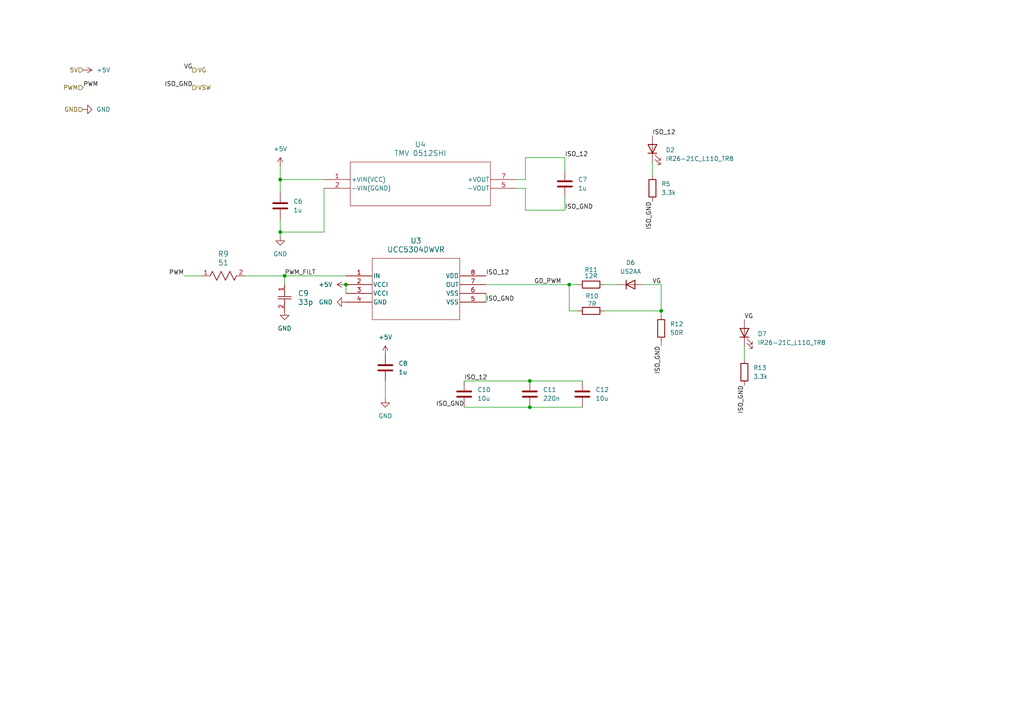
<source format=kicad_sch>
(kicad_sch (version 20231120) (generator "eeschema") (generator_version "8.0")
  (paper "A4")
  (title_block (title "Buck Converter") (date "2025-02-01") (rev "v0"))
  (lib_symbols
    (symbol "2025-02-01_23-19-05:TMV_0512SHI" (pin_names (offset 0.254))
      (property "Reference" "U" (at 27.94 10.16 0))
      (property "Value" "TMV 0512SHI" (at 27.94 7.62 0))
      (symbol "TMV_0512SHI_0_1"
        (polyline (pts (xy 7.62 -7.62) (xy 48.26 -7.62)) (stroke (width 0.127)))
        (polyline (pts (xy 7.62 5.08) (xy 7.62 -7.62)) (stroke (width 0.127)))
        (polyline (pts (xy 48.26 -7.62) (xy 48.26 5.08)) (stroke (width 0.127)))
        (polyline (pts (xy 48.26 5.08) (xy 7.62 5.08)) (stroke (width 0.127)))
        (pin power_in line (at 0 0 0) (length 7.62) (name "+VIN(VCC)") (number "1"))
        (pin power_in line (at 0 -2.54 0) (length 7.62) (name "-VIN(GGND)") (number "2"))
        (pin output line (at 55.88 -2.54 180) (length 7.62) (name "-VOUT") (number "5"))
        (pin output line (at 55.88 0 180) (length 7.62) (name "+VOUT") (number "7"))
      )
    )
    (symbol "2025-02-16_19-57-41:UCC5304DWVR" (pin_names (offset 0.254))
      (property "Reference" "U" (at 20.32 10.16 0))
      (property "Value" "UCC5304DWVR" (at 20.32 7.62 0))
      (symbol "UCC5304DWVR_0_1"
        (polyline (pts (xy 7.62 -12.7) (xy 33.02 -12.7)) (stroke (width 0.127)))
        (polyline (pts (xy 7.62 5.08) (xy 7.62 -12.7)) (stroke (width 0.127)))
        (polyline (pts (xy 33.02 -12.7) (xy 33.02 5.08)) (stroke (width 0.127)))
        (polyline (pts (xy 33.02 5.08) (xy 7.62 5.08)) (stroke (width 0.127)))
        (pin input line (at 0 0 0) (length 7.62) (name "IN") (number "1"))
        (pin power_in line (at 0 -2.54 0) (length 7.62) (name "VCCI") (number "2"))
        (pin power_in line (at 0 -5.08 0) (length 7.62) (name "VCCI") (number "3"))
        (pin power_out line (at 0 -7.62 0) (length 7.62) (name "GND") (number "4"))
        (pin power_out line (at 40.64 -7.62 180) (length 7.62) (name "VSS") (number "5"))
        (pin power_out line (at 40.64 -5.08 180) (length 7.62) (name "VSS") (number "6"))
        (pin output line (at 40.64 -2.54 180) (length 7.62) (name "OUT") (number "7"))
        (pin power_in line (at 40.64 0 180) (length 7.62) (name "VDD") (number "8"))
      )
    )
    (symbol "600F330FT250XT4K:600F330FT250XT" (pin_names (offset 0.254))
      (property "Reference" "C" (at 3.81 3.81 0))
      (property "Value" "600F330FT250XT" (at 3.81 -3.81 0))
      (symbol "600F330FT250XT_1_1"
        (polyline (pts (xy 2.54 0) (xy 3.4798 0)) (stroke (width 0.2032)))
        (polyline (pts (xy 3.4798 -1.905) (xy 3.4798 1.905)) (stroke (width 0.2032)))
        (polyline (pts (xy 4.1148 -1.905) (xy 4.1148 1.905)) (stroke (width 0.2032)))
        (polyline (pts (xy 4.1148 0) (xy 5.08 0)) (stroke (width 0.2032)))
        (pin unspecified line (at 0 0 0) (length 2.54) (name "") (number "1"))
        (pin unspecified line (at 7.62 0 180) (length 2.54) (name "") (number "2"))
      )
      (symbol "600F330FT250XT_1_2"
        (polyline (pts (xy -1.905 -4.1148) (xy 1.905 -4.1148)) (stroke (width 0.2032)))
        (polyline (pts (xy -1.905 -3.4798) (xy 1.905 -3.4798)) (stroke (width 0.2032)))
        (polyline (pts (xy 0 -4.1148) (xy 0 -5.08)) (stroke (width 0.2032)))
        (polyline (pts (xy 0 -2.54) (xy 0 -3.4798)) (stroke (width 0.2032)))
        (pin unspecified line (at 0 0 270) (length 2.54) (name "") (number "1"))
        (pin unspecified line (at 0 -7.62 90) (length 2.54) (name "") (number "2"))
      )
    )
    (symbol "Device:C" (pin_numbers hide) (pin_names (offset 0.254))
      (property "Reference" "C" (at 0.635 2.54 0))
      (property "Value" "C" (at 0.635 -2.54 0))
      (symbol "C_0_1"
        (polyline (pts (xy -2.032 -0.762) (xy 2.032 -0.762)) (stroke (width 0.508)))
        (polyline (pts (xy -2.032 0.762) (xy 2.032 0.762)) (stroke (width 0.508)))
      )
      (symbol "C_1_1"
        (pin passive line (at 0 3.81 270) (length 2.794) (name "~") (number "1"))
        (pin passive line (at 0 -3.81 90) (length 2.794) (name "~") (number "2"))
      )
    )
    (symbol "Device:R" (pin_numbers hide) (pin_names (offset 0))
      (property "Reference" "R" (at 2.032 0 90))
      (property "Value" "R" (at 0 0 90))
      (symbol "R_0_1"
        (rectangle (start -1.016 -2.54) (end 1.016 2.54) (stroke (width 0.254)))
      )
      (symbol "R_1_1"
        (pin passive line (at 0 3.81 270) (length 1.27) (name "~") (number "1"))
        (pin passive line (at 0 -3.81 90) (length 1.27) (name "~") (number "2"))
      )
    )
    (symbol "Diode:US2AA" (pin_numbers hide) (pin_names hide)
      (property "Reference" "D" (at 0 2.54 0))
      (property "Value" "US2AA" (at 0 -2.54 0))
      (symbol "US2AA_0_1"
        (polyline (pts (xy -1.27 1.27) (xy -1.27 -1.27)) (stroke (width 0.254)))
        (polyline (pts (xy 1.27 0) (xy -1.27 0)))
        (polyline (pts (xy 1.27 1.27) (xy 1.27 -1.27) (xy -1.27 0) (xy 1.27 1.27)) (stroke (width 0.254)))
      )
      (symbol "US2AA_1_1"
        (pin passive line (at -3.81 0 0) (length 2.54) (name "K") (number "1"))
        (pin passive line (at 3.81 0 180) (length 2.54) (name "A") (number "2"))
      )
    )
    (symbol "LED:IR26-21C_L110_TR8" (pin_numbers hide) (pin_names (offset 1.016) hide)
      (property "Reference" "D" (at 0 2.54 0))
      (property "Value" "IR26-21C_L110_TR8" (at 0 -3.81 0))
      (symbol "IR26-21C_L110_TR8_0_1"
        (polyline (pts (xy -1.27 -1.27) (xy -1.27 1.27)) (stroke (width 0.254)))
        (polyline (pts (xy -1.27 0) (xy 1.27 0)))
        (polyline (pts (xy 1.27 -1.27) (xy 1.27 1.27) (xy -1.27 0) (xy 1.27 -1.27)) (stroke (width 0.254)))
        (polyline (pts (xy -3.048 -0.762) (xy -4.572 -2.286) (xy -3.81 -2.286) (xy -4.572 -2.286) (xy -4.572 -1.524)))
        (polyline (pts (xy -1.778 -0.762) (xy -3.302 -2.286) (xy -2.54 -2.286) (xy -3.302 -2.286) (xy -3.302 -1.524)))
      )
      (symbol "IR26-21C_L110_TR8_1_1"
        (pin passive line (at -3.81 0 0) (length 2.54) (name "K") (number "1"))
        (pin passive line (at 3.81 0 180) (length 2.54) (name "A") (number "2"))
      )
    )
    (symbol "RC0805FR_0751RL:RC0805FR-0751RL" (pin_names (offset 0.254))
      (property "Reference" "R" (at 5.715 3.81 0))
      (property "Value" "RC0805FR-0751RL" (at 6.35 -3.81 0))
      (symbol "RC0805FR-0751RL_1_1"
        (polyline (pts (xy 2.54 0) (xy 3.175 1.27)) (stroke (width 0.2032)))
        (polyline (pts (xy 3.175 1.27) (xy 4.445 -1.27)) (stroke (width 0.2032)))
        (polyline (pts (xy 4.445 -1.27) (xy 5.715 1.27)) (stroke (width 0.2032)))
        (polyline (pts (xy 5.715 1.27) (xy 6.985 -1.27)) (stroke (width 0.2032)))
        (polyline (pts (xy 6.985 -1.27) (xy 8.255 1.27)) (stroke (width 0.2032)))
        (polyline (pts (xy 8.255 1.27) (xy 9.525 -1.27)) (stroke (width 0.2032)))
        (polyline (pts (xy 9.525 -1.27) (xy 10.16 0)) (stroke (width 0.2032)))
        (pin unspecified line (at 12.7 0 180) (length 2.54) (name "") (number "1"))
        (pin unspecified line (at 0 0 0) (length 2.54) (name "") (number "2"))
      )
      (symbol "RC0805FR-0751RL_1_2"
        (polyline (pts (xy -1.27 3.175) (xy 1.27 4.445)) (stroke (width 0.2032)))
        (polyline (pts (xy -1.27 5.715) (xy 1.27 6.985)) (stroke (width 0.2032)))
        (polyline (pts (xy -1.27 8.255) (xy 1.27 9.525)) (stroke (width 0.2032)))
        (polyline (pts (xy 0 2.54) (xy -1.27 3.175)) (stroke (width 0.2032)))
        (polyline (pts (xy 1.27 4.445) (xy -1.27 5.715)) (stroke (width 0.2032)))
        (polyline (pts (xy 1.27 6.985) (xy -1.27 8.255)) (stroke (width 0.2032)))
        (polyline (pts (xy 1.27 9.525) (xy 0 10.16)) (stroke (width 0.2032)))
        (pin unspecified line (at 0 12.7 270) (length 2.54) (name "") (number "1"))
        (pin unspecified line (at 0 0 90) (length 2.54) (name "") (number "2"))
      )
    )
    (symbol "power:+5V" (power) (pin_numbers hide) (pin_names (offset 0) hide)
      (property "Value" "+5V" (at 0 3.556 0))
      (symbol "+5V_0_1"
        (polyline (pts (xy -0.762 1.27) (xy 0 2.54)))
        (polyline (pts (xy 0 0) (xy 0 2.54)))
        (polyline (pts (xy 0 2.54) (xy 0.762 1.27)))
      )
      (symbol "+5V_1_1"
        (pin power_in line (at 0 0 90) (length 0) (name "~") (number "1"))
      )
    )
    (symbol "power:GND" (power) (pin_numbers hide) (pin_names (offset 0) hide)
      (property "Value" "GND" (at 0 -3.81 0))
      (symbol "GND_0_1"
        (polyline (pts (xy 0 0) (xy 0 -1.27) (xy 1.27 -1.27) (xy 0 -2.54) (xy -1.27 -1.27) (xy 0 -1.27)))
      )
      (symbol "GND_1_1"
        (pin power_in line (at 0 0 270) (length 0) (name "~") (number "1"))
      )
    )
  )
  (junction (at 153.67 110.49))
  (junction (at 153.67 118.11))
  (junction (at 165.1 82.55))
  (junction (at 100.33 82.55))
  (junction (at 81.28 52.07))
  (junction (at 191.77 90.17))
  (junction (at 81.28 67.31))
  (junction (at 82.55 80.01))
  (wire (pts (xy 53.34 80.01) (xy 58.42 80.01)))
  (wire (pts (xy 163.83 45.72) (xy 163.83 49.53)))
  (wire (pts (xy 152.4 54.61) (xy 152.4 60.96)))
  (wire (pts (xy 165.1 82.55) (xy 167.64 82.55)))
  (wire (pts (xy 140.97 82.55) (xy 165.1 82.55)))
  (wire (pts (xy 93.98 52.07) (xy 81.28 52.07)))
  (wire (pts (xy 93.98 67.31) (xy 81.28 67.31)))
  (wire (pts (xy 140.97 85.09) (xy 140.97 87.63)))
  (wire (pts (xy 189.23 46.99) (xy 189.23 50.8)))
  (wire (pts (xy 165.1 90.17) (xy 165.1 82.55)))
  (wire (pts (xy 134.62 118.11) (xy 153.67 118.11)))
  (wire (pts (xy 81.28 48.26) (xy 81.28 52.07)))
  (wire (pts (xy 82.55 80.01) (xy 82.55 82.55)))
  (wire (pts (xy 167.64 90.17) (xy 165.1 90.17)))
  (wire (pts (xy 100.33 82.55) (xy 100.33 85.09)))
  (wire (pts (xy 81.28 63.5) (xy 81.28 67.31)))
  (wire (pts (xy 163.83 57.15) (xy 163.83 60.96)))
  (wire (pts (xy 215.9 100.33) (xy 215.9 104.14)))
  (wire (pts (xy 93.98 54.61) (xy 93.98 67.31)))
  (wire (pts (xy 191.77 100.33) (xy 191.77 99.06)))
  (wire (pts (xy 175.26 90.17) (xy 191.77 90.17)))
  (wire (pts (xy 153.67 118.11) (xy 168.91 118.11)))
  (wire (pts (xy 149.86 52.07) (xy 152.4 52.07)))
  (wire (pts (xy 71.12 80.01) (xy 82.55 80.01)))
  (wire (pts (xy 191.77 82.55) (xy 186.69 82.55)))
  (wire (pts (xy 175.26 82.55) (xy 179.07 82.55)))
  (wire (pts (xy 111.76 110.49) (xy 111.76 115.57)))
  (wire (pts (xy 152.4 45.72) (xy 163.83 45.72)))
  (wire (pts (xy 152.4 52.07) (xy 152.4 45.72)))
  (wire (pts (xy 149.86 54.61) (xy 152.4 54.61)))
  (wire (pts (xy 81.28 52.07) (xy 81.28 55.88)))
  (wire (pts (xy 191.77 91.44) (xy 191.77 90.17)))
  (wire (pts (xy 81.28 67.31) (xy 81.28 68.58)))
  (wire (pts (xy 153.67 110.49) (xy 168.91 110.49)))
  (wire (pts (xy 152.4 60.96) (xy 163.83 60.96)))
  (wire (pts (xy 191.77 90.17) (xy 191.77 82.55)))
  (wire (pts (xy 82.55 80.01) (xy 100.33 80.01)))
  (wire (pts (xy 134.62 110.49) (xy 153.67 110.49)))
  (label "ISO_GND" (at 163.83 60.96 0))
  (label "ISO_GND" (at 191.77 100.33 270))
  (label "PWM_FILT" (at 82.55 80.01 0))
  (label "VG" (at 215.9 92.71 0))
  (label "ISO_12" (at 163.83 45.72 0))
  (label "ISO_GND" (at 55.88 25.4 180))
  (label "ISO_12" (at 140.97 80.01 0))
  (label "ISO_GND" (at 215.9 111.76 270))
  (label "PWM" (at 53.34 80.01 180))
  (label "VG" (at 191.77 82.55 180))
  (label "ISO_GND" (at 189.23 58.42 270))
  (label "ISO_12" (at 189.23 39.37 0))
  (label "ISO_GND" (at 134.62 118.11 180))
  (label "ISO_12" (at 134.62 110.49 0))
  (label "ISO_GND" (at 140.97 87.63 0))
  (label "PWM" (at 24.13 25.4 0))
  (label "VG" (at 55.88 20.32 180))
  (label "GD_PWM" (at 154.94 82.55 0))
  (hierarchical_label "PWM" (shape input) (at 24.13 25.4 180))
  (hierarchical_label "VG" (shape output) (at 55.88 20.32 0))
  (hierarchical_label "5V" (shape input) (at 24.13 20.32 180))
  (hierarchical_label "GND" (shape input) (at 24.13 31.75 180))
  (hierarchical_label "VSW" (shape output) (at 55.88 25.4 0))
  (symbol (lib_id "LED:IR26-21C_L110_TR8") (at 215.9 96.52 90) (unit 1)
    (property "Reference" "D7" (at 219.71 96.8374 90) (effects (justify right)))
    (property "Value" "IR26-21C_L110_TR8" (at 219.71 99.3774 90) (effects (justify right)))
    (property "Footprint" "LED_SMD:LED_1206_3216Metric" (effects (hide yes)))
    (property "Datasheet" "http://www.everlight.com/file/ProductFile/IR26-21C-L110-TR8.pdf" (effects (hide yes)))
    (property "Description" "940nm, 20 deg, Infrared LED, 1206" (effects (hide yes)))
  )
  (symbol (lib_id "600F330FT250XT4K:600F330FT250XT") (at 82.55 82.55 270) (unit 1)
    (property "Reference" "C9" (at 86.36 85.0899 90) (effects (font (size 1.524 1.524)) (justify left)))
    (property "Value" "33p" (at 86.36 87.6299 90) (effects (font (size 1.524 1.524)) (justify left)))
    (property "Footprint" "CAP_600F0R1AT250T_ATC" (effects (hide yes)))
    (property "Datasheet" "600F330FT250XT" (effects (hide yes)))
    (property "Description" "600F330FT250XT" (effects (hide yes)))
  )
  (symbol (lib_id "power:GND") (at 111.76 115.57 0) (unit 1)
    (property "Reference" "#PWR049" (effects (hide yes)))
    (property "Value" "GND" (at 111.76 120.65 0))
    (property "Description" "Power symbol creates a global label with name \"GND\" , ground" (effects (hide yes)))
  )
  (symbol (lib_id "Device:C") (at 134.62 114.3 0) (unit 1)
    (property "Reference" "C10" (at 138.43 113.0299 0) (effects (justify left)))
    (property "Value" "10u" (at 138.43 115.5699 0) (effects (justify left)))
    (property "Footprint" "Capacitor_SMD:C_0805_2012Metric" (effects (hide yes)))
    (property "Description" "Unpolarized capacitor" (effects (hide yes)))
    (property "Part Number" "F951C106MPAAQ2" (effects (hide yes)))
  )
  (symbol (lib_id "Device:C") (at 111.76 106.68 0) (unit 1)
    (property "Reference" "C8" (at 115.57 105.4099 0) (effects (justify left)))
    (property "Value" "1u" (at 115.57 107.9499 0) (effects (justify left)))
    (property "Footprint" "Capacitor_SMD:C_0805_2012Metric_Pad1.18x1.45mm_HandSolder" (effects (hide yes)))
    (property "Description" "Tantalum Decoupling(Bypass) Capacitor" (effects (hide yes)))
    (property "Part Number" "TMCP1E105MTRF" (effects (hide yes)))
  )
  (symbol (lib_id "Device:C") (at 153.67 114.3 0) (unit 1)
    (property "Reference" "C11" (at 157.48 113.0299 0) (effects (justify left)))
    (property "Value" "220n" (at 157.48 115.5699 0) (effects (justify left)))
    (property "Footprint" "Capacitor_SMD:C_0805_2012Metric" (effects (hide yes)))
    (property "Description" "Bypass Capcitor" (effects (hide yes)))
    (property "Part Number" "C0805C224K5RACTU" (effects (hide yes)))
  )
  (symbol (lib_id "Device:C") (at 81.28 59.69 0) (unit 1)
    (property "Reference" "C6" (at 85.09 58.4199 0) (effects (justify left)))
    (property "Value" "1u" (at 85.09 60.9599 0) (effects (justify left)))
    (property "Footprint" "Capacitor_SMD:C_0805_2012Metric" (effects (hide yes)))
    (property "Description" "Tantalum Decoupling(Bypass) Capacitor" (effects (hide yes)))
    (property "Part Number" "TMCP1E105MTRF" (effects (hide yes)))
  )
  (symbol (lib_id "Device:R") (at 171.45 82.55 90) (unit 1)
    (property "Reference" "R11" (at 171.45 78.232 90))
    (property "Value" "12R" (at 171.45 80.01 90))
    (property "Footprint" "Resistor_SMD:R_0805_2012Metric_Pad1.20x1.40mm_HandSolder" (effects (hide yes)))
    (property "Datasheet" "RC0805FR-0712RL" (effects (hide yes)))
    (property "Description" "Resistor" (effects (hide yes)))
    (property "Part Number" "RC0805FR-0712RL" (effects (hide yes)))
  )
  (symbol (lib_id "power:+5V") (at 81.28 48.26 0) (unit 1)
    (property "Reference" "#PWR042" (effects (hide yes)))
    (property "Value" "+5V" (at 81.28 43.18 0))
    (property "Description" "Power symbol creates a global label with name \"+5V\"" (effects (hide yes)))
  )
  (symbol (lib_id "power:GND") (at 24.13 31.75 90) (unit 1)
    (property "Reference" "#PWR041" (effects (hide yes)))
    (property "Value" "GND" (at 27.94 31.7499 90) (effects (justify right)))
    (property "Description" "Power symbol creates a global label with name \"GND\" , ground" (effects (hide yes)))
  )
  (symbol (lib_id "RC0805FR_0751RL:RC0805FR-0751RL") (at 71.12 80.01 180) (unit 1)
    (property "Reference" "R9" (at 64.77 73.66 0) (effects (font (size 1.524 1.524))))
    (property "Value" "51" (at 64.77 76.2 0) (effects (font (size 1.524 1.524))))
    (property "Footprint" "RC0805N_YAG" (effects (hide yes)))
    (property "Datasheet" "RC0805FR-0751RL" (effects (hide yes)))
    (property "Description" "RC0805FR-0751RL" (effects (hide yes)))
  )
  (symbol (lib_id "power:GND") (at 100.33 87.63 270) (unit 1)
    (property "Reference" "#PWR052" (effects (hide yes)))
    (property "Value" "GND" (at 96.52 87.6299 90) (effects (justify right)))
    (property "Description" "Power symbol creates a global label with name \"GND\" , ground" (effects (hide yes)))
  )
  (symbol (lib_id "2025-02-16_19-57-41:UCC5304DWVR") (at 100.33 80.01 0) (unit 1)
    (property "Reference" "U3" (at 120.65 69.85 0) (effects (font (size 1.524 1.524))))
    (property "Value" "UCC5304DWVR" (at 120.65 72.39 0) (effects (font (size 1.524 1.524))))
    (property "Footprint" "SOIC8_DWV_TEX" (effects (hide yes)))
    (property "Datasheet" "UCC5304DWVR" (effects (hide yes)))
  )
  (symbol (lib_id "power:GND") (at 82.55 90.17 0) (unit 1)
    (property "Reference" "#PWR053" (effects (hide yes)))
    (property "Value" "GND" (at 82.55 95.25 0))
    (property "Description" "Power symbol creates a global label with name \"GND\" , ground" (effects (hide yes)))
  )
  (symbol (lib_id "Device:C") (at 168.91 114.3 0) (unit 1)
    (property "Reference" "C12" (at 172.72 113.0299 0) (effects (justify left)))
    (property "Value" "10u" (at 172.72 115.5699 0) (effects (justify left)))
    (property "Footprint" "Capacitor_SMD:C_0805_2012Metric" (effects (hide yes)))
    (property "Description" "Bypass Capcitor" (effects (hide yes)))
    (property "Part Number" "GRM21BR61E106KA73L" (effects (hide yes)))
  )
  (symbol (lib_id "Device:R") (at 189.23 54.61 0) (unit 1)
    (property "Reference" "R5" (at 191.77 53.3399 0) (effects (justify left)))
    (property "Value" "3.3k" (at 191.77 55.8799 0) (effects (justify left)))
    (property "Footprint" "Resistor_SMD:R_0805_2012Metric_Pad1.20x1.40mm_HandSolder" (effects (hide yes)))
    (property "Datasheet" "ERU-P06F3301V" (effects (hide yes)))
    (property "Description" "Resistor" (effects (hide yes)))
    (property "Part Number" "ERU-P06F3301V" (effects (hide yes)))
  )
  (symbol (lib_id "power:+5V") (at 24.13 20.32 270) (unit 1)
    (property "Reference" "#PWR040" (effects (hide yes)))
    (property "Value" "+5V" (at 27.94 20.3199 90) (effects (justify left)))
    (property "Description" "Power symbol creates a global label with name \"+5V\"" (effects (hide yes)))
  )
  (symbol (lib_id "LED:IR26-21C_L110_TR8") (at 189.23 43.18 90) (unit 1)
    (property "Reference" "D2" (at 193.04 43.4974 90) (effects (justify right)))
    (property "Value" "IR26-21C_L110_TR8" (at 193.04 46.0374 90) (effects (justify right)))
    (property "Footprint" "LED_SMD:LED_1206_3216Metric" (effects (hide yes)))
    (property "Datasheet" "http://www.everlight.com/file/ProductFile/IR26-21C-L110-TR8.pdf" (effects (hide yes)))
    (property "Description" "940nm, 20 deg, Infrared LED, 1206" (effects (hide yes)))
  )
  (symbol (lib_id "Device:R") (at 215.9 107.95 0) (unit 1)
    (property "Reference" "R13" (at 218.44 106.6799 0) (effects (justify left)))
    (property "Value" "3.3k" (at 218.44 109.2199 0) (effects (justify left)))
    (property "Footprint" "Resistor_SMD:R_0805_2012Metric_Pad1.20x1.40mm_HandSolder" (effects (hide yes)))
    (property "Datasheet" "ERU-P06F3301V" (effects (hide yes)))
    (property "Description" "Resistor" (effects (hide yes)))
    (property "Part Number" "ERU-P06F3301V" (effects (hide yes)))
  )
  (symbol (lib_id "Device:R") (at 171.45 90.17 90) (unit 1)
    (property "Reference" "R10" (at 171.704 85.852 90))
    (property "Value" "7R" (at 171.704 88.138 90))
    (property "Footprint" "Resistor_SMD:R_0805_2012Metric_Pad1.20x1.40mm_HandSolder" (effects (hide yes)))
    (property "Datasheet" "RMCF0805FT10K0" (effects (hide yes)))
    (property "Description" "Resistor" (effects (hide yes)))
    (property "Part Number" "RMCF0805FT10K0" (effects (hide yes)))
  )
  (symbol (lib_id "Diode:US2AA") (at 182.88 82.55 0) (unit 1)
    (property "Reference" "D6" (at 182.88 76.2 0))
    (property "Value" "US2AA" (at 182.88 78.74 0))
    (property "Footprint" "Diode_SMD:D_SMA" (effects (hide yes)))
    (property "Datasheet" "https://www.onsemi.com/pub/Collateral/US2AA-D.PDF" (effects (hide yes)))
    (property "Description" "50V, 1.5A, General Purpose Rectifier Diode, SMA(DO-214AC)" (effects (hide yes)))
    (property "Sim.Device" "D" (effects (hide yes)))
    (property "Sim.Pins" "1=K 2=A" (effects (hide yes)))
  )
  (symbol (lib_id "Device:R") (at 191.77 95.25 0) (unit 1)
    (property "Reference" "R12" (at 194.31 93.9799 0) (effects (justify left)))
    (property "Value" "50R" (at 194.31 96.5199 0) (effects (justify left)))
    (property "Footprint" "Resistor_SMD:R_1206_3216Metric_Pad1.30x1.75mm_HandSolder" (effects (hide yes)))
    (property "Datasheet" "RCP1206W50R0JTP" (effects (hide yes)))
    (property "Description" "Resistor" (effects (hide yes)))
    (property "Part Number" "RCP1206W50R0JTP" (effects (hide yes)))
  )
  (symbol (lib_id "power:+5V") (at 100.33 82.55 90) (unit 1)
    (property "Reference" "#PWR051" (effects (hide yes)))
    (property "Value" "+5V" (at 96.439 82.5499 90) (effects (justify left)))
    (property "Description" "Power symbol creates a global label with name \"+5V\"" (effects (hide yes)))
  )
  (symbol (lib_id "power:GND") (at 81.28 68.58 0) (unit 1)
    (property "Reference" "#PWR043" (effects (hide yes)))
    (property "Value" "GND" (at 81.28 73.66 0))
    (property "Description" "Power symbol creates a global label with name \"GND\" , ground" (effects (hide yes)))
  )
  (symbol (lib_id "power:+5V") (at 111.76 102.87 0) (unit 1)
    (property "Reference" "#PWR050" (effects (hide yes)))
    (property "Value" "+5V" (at 111.76 97.79 0))
    (property "Description" "Power symbol creates a global label with name \"+5V\"" (effects (hide yes)))
  )
  (symbol (lib_id "Device:C") (at 163.83 53.34 0) (unit 1)
    (property "Reference" "C7" (at 167.64 52.0699 0) (effects (justify left)))
    (property "Value" "1u" (at 167.64 54.6099 0) (effects (justify left)))
    (property "Footprint" "Capacitor_SMD:C_0805_2012Metric" (effects (hide yes)))
    (property "Description" "Tantalum Decoupling(Bypass) Capacitor" (effects (hide yes)))
    (property "Part Number" "TMCP1E105MTRF" (effects (hide yes)))
  )
  (symbol (lib_id "2025-02-01_23-19-05:TMV_0512SHI") (at 93.98 52.07 0) (unit 1)
    (property "Reference" "U4" (at 121.92 41.91 0) (effects (font (size 1.524 1.524))))
    (property "Value" "TMV 0512SHI" (at 121.92 44.45 0) (effects (font (size 1.524 1.524))))
    (property "Footprint" "TMV-HI_SINGLE_TRP" (effects (hide yes)))
    (property "Datasheet" "TMV 0512SHI" (effects (hide yes)))
    (property "Description" "TMV 0512SHI" (effects (hide yes)))
  )
)
</source>
